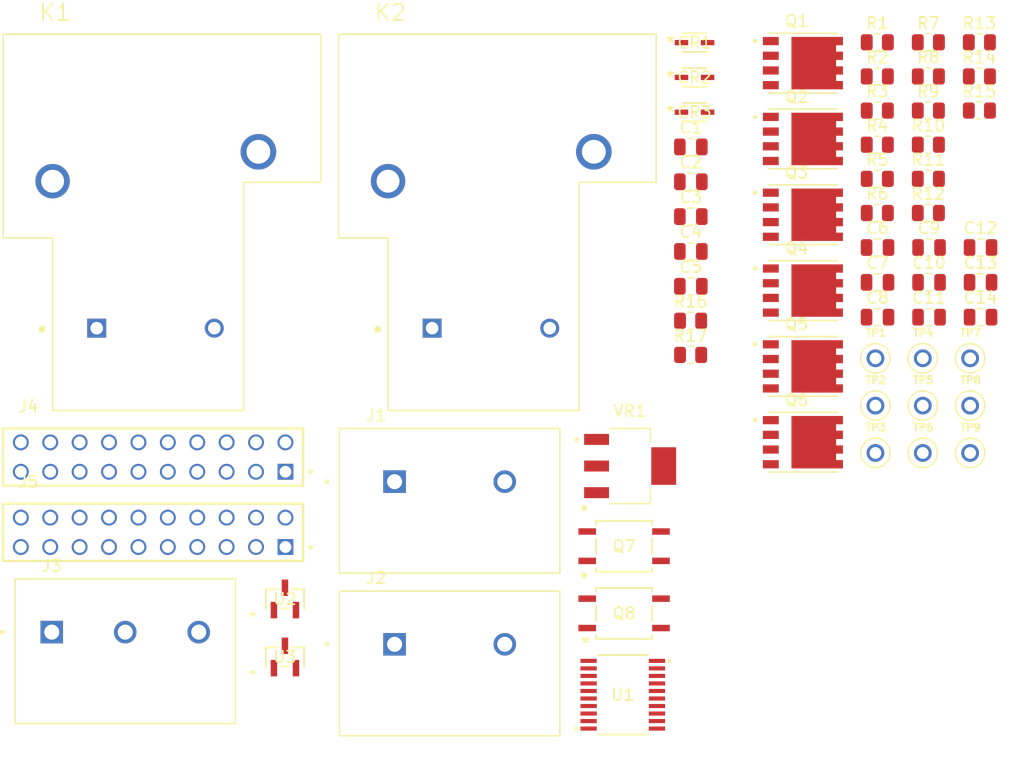
<source format=kicad_pcb>
(kicad_pcb (version 20240108) (generator "pcbnew") (generator_version "8.0")
  (layers (0 "F.Cu" signal) (31 "B.Cu" signal) (34 "B.Paste" user) (35 "F.Paste" user) (36 "B.SilkS" user "B.Silkscreen") (37 "F.SilkS" user "F.Silkscreen") (38 "B.Mask" user) (39 "F.Mask" user) (44 "Edge.Cuts" user))
  (net 0 "")
  (net 1 "+3.3V")
  (net 2 "GND")
  (net 3 "+12V")
  (net 4 "/GateDriver&Power Inputs/MOTA")
  (net 5 "/GateDriver&Power Inputs/CBSTA_HI")
  (net 6 "/GateDriver&Power Inputs/MOTB")
  (net 7 "/GateDriver&Power Inputs/CBSTB_HI")
  (net 8 "/GateDriver&Power Inputs/MOTC")
  (net 9 "/GateDriver&Power Inputs/CBSTC_HI")
  (net 10 "Net-(C6-Pad1)")
  (net 11 "+100VDC")
  (net 12 "Net-(C8-Pad2)")
  (net 13 "Net-(C10-Pad2)")
  (net 14 "Net-(C11-Pad1)")
  (net 15 "Net-(C13-Pad2)")
  (net 16 "Net-(C14-Pad1)")
  (net 17 "+12V - to relay")
  (net 36 "/GateDriver&Power Inputs/INHA")
  (net 37 "/GateDriver&Power Inputs/INHC")
  (net 38 "/GateDriver&Power Inputs/INLB")
  (net 39 "/GateDriver&Power Inputs/INLA")
  (net 41 "/GateDriver&Power Inputs/INLC")
  (net 42 "+100VDC to Relay")
  (net 47 "/GateDriver&Power Inputs/IC_EN")
  (net 52 "/GateDriver&Power Inputs/INHB")
  (net 55 "Net-(Q1-Pad4)")
  (net 56 "/Half_Bridges/SAHI")
  (net 57 "Net-(Q2-Pad4)")
  (net 58 "Net-(Q3-Pad4)")
  (net 59 "/Half_Bridges/SBHI")
  (net 60 "Net-(Q4-Pad4)")
  (net 61 "Net-(Q5-Pad4)")
  (net 62 "Net-(Q6-Pad4)")
  (net 63 "/Half_Bridges/SCHI")
  (net 64 "/GateDriver&Power Inputs/GHA")
  (net 65 "/GateDriver&Power Inputs/GLA")
  (net 66 "/GateDriver&Power Inputs/GHB")
  (net 67 "/GateDriver&Power Inputs/GLB")
  (net 68 "/GateDriver&Power Inputs/GHC")
  (net 69 "/GateDriver&Power Inputs/GLC")
  (net 70 "/GateDriver&Power Inputs/HV_EN")
  (net 71 "Net-(U2-DRAIN)")
  (net 72 "Net-(U3-DRAIN)")
  (net 73 "Net-(U2-GATE)")
  (net 74 "Net-(U3-GATE)")
  (footprint "Resistor_SMD:R_0805_2012Metric" (layer "F.Cu") (at 83.40665 55.717863)
    (property "Reference" "R17" (at 0 -1.65 0) (layer "F.SilkS"))
    (property "Value" "330")
    (pad "1" smd roundrect (at -0.9125 0) (size 1.025 1.4) (layers "F.Cu" "F.Paste" "F.Mask") (roundrect_rratio 0.243902) (net 2 "GND"))
    (pad "2" smd roundrect (at 0.9125 0) (size 1.025 1.4) (layers "F.Cu" "F.Paste" "F.Mask") (roundrect_rratio 0.243902) (net 74 "Net-(U3-GATE)"))
  )
  (footprint "HCPL_181_06BE:HCPL-181_BRA" (layer "F.Cu") (at 77.66155 78.043763)
    (property "Reference" "Q8" (at 0 0 0) (layer "F.SilkS"))
    (property "Value" "HCPL-181-06BE")
    (fp_text user "*" (at -3.4417 -2.9718 0) (layer "F.SilkS"))
    (fp_text user "*" (at -3.4417 -2.9718 0) (layer "F.SilkS"))
    (pad "1" smd rect (at -3.1877 -1.27) (size 1.524 0.5588) (layers "F.Cu" "F.Paste" "F.Mask") (net 70 "/GateDriver&Power Inputs/HV_EN"))
    (pad "2" smd rect (at -3.1877 1.27) (size 1.524 0.5588) (layers "F.Cu" "F.Paste" "F.Mask") (net 17 "+12V - to relay"))
    (pad "3" smd rect (at 3.1877 1.27) (size 1.524 0.5588) (layers "F.Cu" "F.Paste" "F.Mask") (net 74 "Net-(U3-GATE)"))
    (pad "4" smd rect (at 3.1877 -1.27) (size 1.524 0.5588) (layers "F.Cu" "F.Paste" "F.Mask") (net 2 "GND"))
  )
  (footprint "Capacitor_SMD:C_0805_2012Metric" (layer "F.Cu") (at 108.45665 49.447863)
    (property "Reference" "C13" (at 0 -1.68 0) (layer "F.SilkS"))
    (property "Value" "C")
    (pad "1" smd roundrect (at -0.95 0) (size 1 1.45) (layers "F.Cu" "F.Paste" "F.Mask") (net 8 "/GateDriver&Power Inputs/MOTC"))
    (pad "2" smd roundrect (at 0.95 0) (size 1 1.45) (layers "F.Cu" "F.Paste" "F.Mask") (net 15 "Net-(C13-Pad2)"))
  )
  (footprint "Resistor_SMD:R_0805_2012Metric" (layer "F.Cu") (at 99.53665 43.457863)
    (property "Reference" "R6" (at 0 -1.65 0) (layer "F.SilkS"))
    (property "Value" "R")
    (pad "1" smd roundrect (at -0.9125 0) (size 1.025 1.4) (layers "F.Cu" "F.Paste" "F.Mask") (roundrect_rratio 0.243902) (net 66 "/GateDriver&Power Inputs/GHB"))
    (pad "2" smd roundrect (at 0.9125 0) (size 1.025 1.4) (layers "F.Cu" "F.Paste" "F.Mask") (roundrect_rratio 0.243902) (net 58 "Net-(Q3-Pad4)"))
  )
  (footprint "Capacitor_SMD:C_0805_2012Metric" (layer "F.Cu") (at 108.45665 46.437863)
    (property "Reference" "C12" (at 0 -1.68 0) (layer "F.SilkS"))
    (property "Value" "C")
    (pad "1" smd roundrect (at -0.95 0) (size 1 1.45) (layers "F.Cu" "F.Paste" "F.Mask") (net 11 "+100VDC"))
    (pad "2" smd roundrect (at 0.95 0) (size 1 1.45) (layers "F.Cu" "F.Paste" "F.Mask") (net 2 "GND"))
  )
  (footprint "5002 (1):KEYSTONE_5002" (layer "F.Cu") (at 107.55665 56.007863)
    (property "Reference" "TP7" (at 0.032 -2.2064 0) (layer "F.SilkS") (effects (font (size 0.64 0.64))))
    (property "Value" "5002")
    (pad "TP" thru_hole circle (at 0 0) (size 1.53 1.53) (drill 1.02) (layers "*.Cu" "*.Mask") (net 68 "/GateDriver&Power Inputs/GHC"))
  )
  (footprint "BAV20WS-TP:CR_SOD-323_MCC" (layer "F.Cu") (at 83.74635 28.736163)
    (property "Reference" "CR1" (at 0 0 0) (layer "F.SilkS"))
    (property "Value" "~")
    (fp_text user "*" (at -2.0955 0 0) (layer "F.SilkS"))
    (fp_text user "*" (at -2.0955 0 0) (layer "F.SilkS"))
    (pad "1" smd rect (at -1.1303 0) (size 1.1684 0.4572) (layers "F.Cu" "F.Paste" "F.Mask") (net 5 "/GateDriver&Power Inputs/CBSTA_HI"))
    (pad "2" smd rect (at 1.1303 0) (size 1.1684 0.4572) (layers "F.Cu" "F.Paste" "F.Mask") (net 3 "+12V"))
  )
  (footprint "UA78M33CDCYR:VREG_UA78M33CDCYR" (layer "F.Cu") (at 78.18165 65.317863)
    (property "Reference" "VR1" (at -0.025 -4.754 0) (layer "F.SilkS"))
    (property "Value" "UA78M33CDCYR")
    (pad "1" smd rect (at -2.9 -2.3) (size 2.15 0.95) (layers "F.Cu" "F.Paste" "F.Mask") (net 3 "+12V"))
    (pad "2" smd rect (at -2.9 0) (size 2.15 0.95) (layers "F.Cu" "F.Paste" "F.Mask") (net 2 "GND"))
    (pad "3" smd rect (at -2.9 2.3) (size 2.15 0.95) (layers "F.Cu" "F.Paste" "F.Mask") (net 1 "+3.3V"))
    (pad "4" smd rect (at 2.9 0) (size 2.15 3.25) (layers "F.Cu" "F.Paste" "F.Mask") (net 2 "GND"))
  )
  (footprint "Resistor_SMD:R_0805_2012Metric" (layer "F.Cu") (at 99.53665 37.557863)
    (property "Reference" "R4" (at 0 -1.65 0) (layer "F.SilkS"))
    (property "Value" "R")
    (pad "1" smd roundrect (at -0.9125 0) (size 1.025 1.4) (layers "F.Cu" "F.Paste" "F.Mask") (roundrect_rratio 0.243902) (net 12 "Net-(C8-Pad2)"))
    (pad "2" smd roundrect (at 0.9125 0) (size 1.025 1.4) (layers "F.Cu" "F.Paste" "F.Mask") (roundrect_rratio 0.243902) (net 2 "GND"))
  )
  (footprint "Resistor_SMD:R_0805_2012Metric" (layer "F.Cu") (at 83.40665 52.767863)
    (property "Reference" "R16" (at 0 -1.65 0) (layer "F.SilkS"))
    (property "Value" "330")
    (pad "1" smd roundrect (at -0.9125 0) (size 1.025 1.4) (layers "F.Cu" "F.Paste" "F.Mask") (roundrect_rratio 0.243902) (net 2 "GND"))
    (pad "2" smd roundrect (at 0.9125 0) (size 1.025 1.4) (layers "F.Cu" "F.Paste" "F.Mask") (roundrect_rratio 0.243902) (net 73 "Net-(U2-GATE)"))
  )
  (footprint "HCPL_181_06BE:HCPL-181_BRA" (layer "F.Cu") (at 77.66155 72.243163)
    (property "Reference" "Q7" (at 0 0 0) (layer "F.SilkS"))
    (property "Value" "HCPL-181-06BE")
    (fp_text user "*" (at -3.4417 -2.9718 0) (layer "F.SilkS"))
    (fp_text user "*" (at -3.4417 -2.9718 0) (layer "F.SilkS"))
    (pad "1" smd rect (at -3.1877 -1.27) (size 1.524 0.5588) (layers "F.Cu" "F.Paste" "F.Mask") (net 47 "/GateDriver&Power Inputs/IC_EN"))
    (pad "2" smd rect (at -3.1877 1.27) (size 1.524 0.5588) (layers "F.Cu" "F.Paste" "F.Mask") (net 17 "+12V - to relay"))
    (pad "3" smd rect (at 3.1877 1.27) (size 1.524 0.5588) (layers "F.Cu" "F.Paste" "F.Mask") (net 73 "Net-(U2-GATE)"))
    (pad "4" smd rect (at 3.1877 -1.27) (size 1.524 0.5588) (layers "F.Cu" "F.Paste" "F.Mask") (net 2 "GND"))
  )
  (footprint "CSD19532Q5B (1):TRANS_CSD19532Q5B" (layer "F.Cu") (at 93.10665 63.257863)
    (property "Reference" "Q6" (at -0.531 -3.635 0) (layer "F.SilkS"))
    (property "Value" "CSD19532Q5B")
    (pad "1" smd rect (at -2.77 -1.905) (size 1.372 0.71) (layers "F.Cu" "F.Mask") (net 63 "/Half_Bridges/SCHI"))
    (pad "2" smd rect (at -2.77 -0.635) (size 1.372 0.71) (layers "F.Cu" "F.Mask"))
    (pad "3" smd rect (at -2.77 0.635) (size 1.372 0.71) (layers "F.Cu" "F.Mask"))
    (pad "4" smd rect (at -2.77 1.905) (size 1.372 0.71) (layers "F.Cu" "F.Mask") (net 62 "Net-(Q6-Pad4)"))
    (pad "5_8" smd custom (at 0 0) (size 1 1) (layers "F.Cu") (net 8 "/GateDriver&Power Inputs/MOTC") (options (clearance outline) (anchor rect)) (primitives (gr_poly (pts (xy -0.984 2.26) (xy -0.984 -2.26) (xy 3.456 -2.26) (xy 3.456 -1.55) (xy 2.866 -1.55) (xy 2.866 -0.99) (xy 3.456 -0.99) (xy 3.456 -0.28) (xy 2.866 -0.28) (xy 2.866 0.28) (xy 3.456 0.28) (xy 3.456 0.99) (xy 2.866 0.99) (xy 2.866 1.55) (xy 3.456 1.55) (xy 3.456 2.26)) (width 0.01) (fill yes))))
  )
  (footprint "CSD19532Q5B (1):TRANS_CSD19532Q5B" (layer "F.Cu") (at 93.10665 56.707863)
    (property "Reference" "Q5" (at -0.531 -3.635 0) (layer "F.SilkS"))
    (property "Value" "CSD19532Q5B")
    (pad "1" smd rect (at -2.77 -1.905) (size 1.372 0.71) (layers "F.Cu" "F.Mask") (net 8 "/GateDriver&Power Inputs/MOTC"))
    (pad "2" smd rect (at -2.77 -0.635) (size 1.372 0.71) (layers "F.Cu" "F.Mask"))
    (pad "3" smd rect (at -2.77 0.635) (size 1.372 0.71) (layers "F.Cu" "F.Mask"))
    (pad "4" smd rect (at -2.77 1.905) (size 1.372 0.71) (layers "F.Cu" "F.Mask") (net 61 "Net-(Q5-Pad4)"))
    (pad "5_8" smd custom (at 0 0) (size 1 1) (layers "F.Cu") (net 11 "+100VDC") (options (clearance outline) (anchor rect)) (primitives (gr_poly (pts (xy -0.984 2.26) (xy -0.984 -2.26) (xy 3.456 -2.26) (xy 3.456 -1.55) (xy 2.866 -1.55) (xy 2.866 -0.99) (xy 3.456 -0.99) (xy 3.456 -0.28) (xy 2.866 -0.28) (xy 2.866 0.28) (xy 3.456 0.28) (xy 3.456 0.99) (xy 2.866 0.99) (xy 2.866 1.55) (xy 3.456 1.55) (xy 3.456 2.26)) (width 0.01) (fill yes))))
  )
  (footprint "5002 (1):KEYSTONE_5002" (layer "F.Cu") (at 99.37665 60.097863)
    (property "Reference" "TP2" (at 0.032 -2.2064 0) (layer "F.SilkS") (effects (font (size 0.64 0.64))))
    (property "Value" "5002")
    (pad "TP" thru_hole circle (at 0 0) (size 1.53 1.53) (drill 1.02) (layers "*.Cu" "*.Mask") (net 64 "/GateDriver&Power Inputs/GHA"))
  )
  (footprint "Resistor_SMD:R_0805_2012Metric" (layer "F.Cu") (at 103.94665 34.607863)
    (property "Reference" "R9" (at 0 -1.65 0) (layer "F.SilkS"))
    (property "Value" "R")
    (pad "1" smd roundrect (at -0.9125 0) (size 1.025 1.4) (layers "F.Cu" "F.Paste" "F.Mask") (roundrect_rratio 0.243902) (net 13 "Net-(C10-Pad2)"))
    (pad "2" smd roundrect (at 0.9125 0) (size 1.025 1.4) (layers "F.Cu" "F.Paste" "F.Mask") (roundrect_rratio 0.243902) (net 2 "GND"))
  )
  (footprint "Resistor_SMD:R_0805_2012Metric" (layer "F.Cu") (at 99.53665 31.657863)
    (property "Reference" "R2" (at 0 -1.65 0) (layer "F.SilkS"))
    (property "Value" "R")
    (pad "1" smd roundrect (at -0.9125 0) (size 1.025 1.4) (layers "F.Cu" "F.Paste" "F.Mask") (roundrect_rratio 0.243902) (net 65 "/GateDriver&Power Inputs/GLA"))
    (pad "2" smd roundrect (at 0.9125 0) (size 1.025 1.4) (layers "F.Cu" "F.Paste" "F.Mask") (roundrect_rratio 0.243902) (net 57 "Net-(Q2-Pad4)"))
  )
  (footprint "1714971:PHOENIX_1714971" (layer "F.Cu") (at 53.07165 88.617863)
    (property "Reference" "J2" (at 3.175 -13.635 0) (layer "F.SilkS"))
    (property "Value" "1714971")
    (pad "1" thru_hole rect (at 4.76 -7.9) (size 1.95 1.95) (drill 1.3) (layers "*.Cu" "*.Mask") (net 2 "GND"))
    (pad "2" thru_hole circle (at 14.28 -7.9) (size 1.95 1.95) (drill 1.3) (layers "*.Cu" "*.Mask") (net 42 "+100VDC to Relay"))
  )
  (footprint "T9AS1D12_12:TE_1-1393210-3" (layer "F.Cu") (at 32.09665 53.407863)
    (property "Reference" "K1" (at -3.59994 -27.27244 0) (layer "F.SilkS") (effects (font (size 1.398173 1.398173))))
    (property "Value" "1-1393210-3")
    (pad "A1" thru_hole rect (at 0 0) (size 1.635 1.635) (drill 1.09) (layers "*.Cu" "*.Mask") (net 17 "+12V - to relay"))
    (pad "A2" thru_hole circle (at 10.16 0) (size 1.635 1.635) (drill 1.09) (layers "*.Cu" "*.Mask") (net 71 "Net-(U2-DRAIN)"))
    (pad "C" thru_hole circle (at -3.81 -12.7) (size 2.97 2.97) (drill 1.98) (layers "*.Cu" "*.Mask") (net 17 "+12V - to relay"))
    (pad "NO" thru_hole circle (at 13.97 -15.24) (size 3.076 3.076) (drill 2.06) (layers "*.Cu" "*.Mask") (net 3 "+12V"))
  )
  (footprint "Resistor_SMD:R_0805_2012Metric" (layer "F.Cu") (at 103.94665 37.557863)
    (property "Reference" "R10" (at 0 -1.65 0) (layer "F.SilkS"))
    (property "Value" "R")
    (pad "1" smd roundrect (at -0.9125 0) (size 1.025 1.4) (layers "F.Cu" "F.Paste" "F.Mask") (roundrect_rratio 0.243902) (net 11 "+100VDC"))
    (pad "2" smd roundrect (at 0.9125 0) (size 1.025 1.4) (layers "F.Cu" "F.Paste" "F.Mask") (roundrect_rratio 0.243902) (net 14 "Net-(C11-Pad1)"))
  )
  (footprint "5002 (1):KEYSTONE_5002" (layer "F.Cu") (at 99.37665 56.007863)
    (property "Reference" "TP1" (at 0.032 -2.2064 0) (layer "F.SilkS") (effects (font (size 0.64 0.64))))
    (property "Value" "5002")
    (pad "TP" thru_hole circle (at 0 0) (size 1.53 1.53) (drill 1.02) (layers "*.Cu" "*.Mask") (net 4 "/GateDriver&Power Inputs/MOTA"))
  )
  (footprint "Capacitor_SMD:C_0805_2012Metric" (layer "F.Cu") (at 99.55665 46.437863)
    (property "Reference" "C6" (at 0 -1.68 0) (layer "F.SilkS"))
    (property "Value" "C")
    (pad "1" smd roundrect (at -0.95 0) (size 1 1.45) (layers "F.Cu" "F.Paste" "F.Mask") (net 10 "Net-(C6-Pad1)"))
    (pad "2" smd roundrect (at 0.95 0) (size 1 1.45) (layers "F.Cu" "F.Paste" "F.Mask") (net 4 "/GateDriver&Power Inputs/MOTA"))
  )
  (footprint "Resistor_SMD:R_0805_2012Metric" (layer "F.Cu") (at 108.35665 31.657863)
    (property "Reference" "R14" (at 0 -1.65 0) (layer "F.SilkS"))
    (property "Value" "R")
    (pad "1" smd roundrect (at -0.9125 0) (size 1.025 1.4) (layers "F.Cu" "F.Paste" "F.Mask") (roundrect_rratio 0.243902) (net 15 "Net-(C13-Pad2)"))
    (pad "2" smd roundrect (at 0.9125 0) (size 1.025 1.4) (layers "F.Cu" "F.Paste" "F.Mask") (roundrect_rratio 0.243902) (net 2 "GND"))
  )
  (footprint "DRV8300DIPWR:TSSOP_0DIPWR_TEX" (layer "F.Cu") (at 77.54725 85.075063)
    (property "Reference" "U1" (at 0 0 0) (layer "F.SilkS"))
    (property "Value" "DRV8300DIPWR")
    (fp_text user "*" (at -3.20675 -4.423537 0) (layer "F.SilkS"))
    (fp_text user "*" (at -3.20675 -4.423537 0) (layer "F.SilkS"))
    (pad "1" smd rect (at -2.95275 -2.924937) (size 1.4097 0.3556) (layers "F.Cu" "F.Paste" "F.Mask") (net 36 "/GateDriver&Power Inputs/INHA"))
    (pad "2" smd rect (at -2.95275 -2.274951) (size 1.4097 0.3556) (layers "F.Cu" "F.Paste" "F.Mask") (net 52 "/GateDriver&Power Inputs/INHB"))
    (pad "3" smd rect (at -2.95275 -1.624965) (size 1.4097 0.3556) (layers "F.Cu" "F.Paste" "F.Mask") (net 37 "/GateDriver&Power Inputs/INHC"))
    (pad "4" smd rect (at -2.95275 -0.974979) (size 1.4097 0.3556) (layers "F.Cu" "F.Paste" "F.Mask") (net 39 "/GateDriver&Power Inputs/INLA"))
    (pad "5" smd rect (at -2.95275 -0.324993) (size 1.4097 0.3556) (layers "F.Cu" "F.Paste" "F.Mask") (net 38 "/GateDriver&Power Inputs/INLB"))
    (pad "6" smd rect (at -2.95275 0.324993) (size 1.4097 0.3556) (layers "F.Cu" "F.Paste" "F.Mask") (net 41 "/GateDriver&Power Inputs/INLC"))
    (pad "7" smd rect (at -2.95275 0.974979) (size 1.4097 0.3556) (layers "F.Cu" "F.Paste" "F.Mask") (net 3 "+12V"))
    (pad "8" smd rect (at -2.95275 1.624965) (size 1.4097 0.3556) (layers "F.Cu" "F.Paste" "F.Mask") (net 2 "GND"))
    (pad "9" smd rect (at -2.95275 2.274951) (size 1.4097 0.3556) (layers "F.Cu" "F.Paste" "F.Mask") (net 69 "/GateDriver&Power Inputs/GLC"))
    (pad "10" smd rect (at -2.95275 2.924937) (size 1.4097 0.3556) (layers "F.Cu" "F.Paste" "F.Mask") (net 67 "/GateDriver&Power Inputs/GLB"))
    (pad "11" smd rect (at 2.95275 2.924937) (size 1.4097 0.3556) (layers "F.Cu" "F.Paste" "F.Mask") (net 65 "/GateDriver&Power Inputs/GLA"))
    (pad "12" smd rect (at 2.95275 2.274951) (size 1.4097 0.3556) (layers "F.Cu" "F.Paste" "F.Mask") (net 8 "/GateDriver&Power Inputs/MOTC"))
    (pad "13" smd rect (at 2.95275 1.624965) (size 1.4097 0.3556) (layers "F.Cu" "F.Paste" "F.Mask") (net 68 "/GateDriver&Power Inputs/GHC"))
    (pad "14" smd rect (at 2.95275 0.974979) (size 1.4097 0.3556) (layers "F.Cu" "F.Paste" "F.Mask") (net 9 "/GateDriver&Power Inputs/CBSTC_HI"))
    (pad "15" smd rect (at 2.95275 0.324993) (size 1.4097 0.3556) (layers "F.Cu" "F.Paste" "F.Mask") (net 6 "/GateDriver&Power Inputs/MOTB"))
    (pad "16" smd rect (at 2.95275 -0.324993) (size 1.4097 0.3556) (layers "F.Cu" "F.Paste" "F.Mask") (net 66 "/GateDriver&Power Inputs/GHB"))
    (pad "17" smd rect (at 2.95275 -0.974979) (size 1.4097 0.3556) (layers "F.Cu" "F.Paste" "F.Mask") (net 7 "/GateDriver&Power Inputs/CBSTB_HI"))
    (pad "18" smd rect (at 2.95275 -1.624965) (size 1.4097 0.3556) (layers "F.Cu" "F.Paste" "F.Mask") (net 4 "/GateDriver&Power Inputs/MOTA"))
    (pad "19" smd rect (at 2.95275 -2.274951) (size 1.4097 0.3556) (layers "F.Cu" "F.Paste" "F.Mask") (net 64 "/GateDriver&Power Inputs/GHA"))
    (pad "20" smd rect (at 2.95275 -2.924937) (size 1.4097 0.3556) (layers "F.Cu" "F.Paste" "F.Mask") (net 5 "/GateDriver&Power Inputs/CBSTA_HI"))
  )
  (footprint "Capacitor_SMD:C_0805_2012Metric" (layer "F.Cu") (at 104.00665 49.447863)
    (property "Reference" "C10" (at 0 -1.68 0) (layer "F.SilkS"))
    (property "Value" "C")
    (pad "1" smd roundrect (at -0.95 0) (size 1 1.45) (layers "F.Cu" "F.Paste" "F.Mask") (net 6 "/GateDriver&Power Inputs/MOTB"))
    (pad "2" smd roundrect (at 0.95 0) (size 1 1.45) (layers "F.Cu" "F.Paste" "F.Mask") (net 13 "Net-(C10-Pad2)"))
  )
  (footprint "Capacitor_SMD:C_0805_2012Metric" (layer "F.Cu") (at 104.00665 52.457863)
    (property "Reference" "C11" (at 0 -1.68 0) (layer "F.SilkS"))
    (property "Value" "C")
    (pad "1" smd roundrect (at -0.95 0) (size 1 1.45) (layers "F.Cu" "F.Paste" "F.Mask") (net 14 "Net-(C11-Pad1)"))
    (pad "2" smd roundrect (at 0.95 0) (size 1 1.45) (layers "F.Cu" "F.Paste" "F.Mask") (net 6 "/GateDriver&Power Inputs/MOTB"))
  )
  (footprint "SSQ_110_03_G_D (1):SAMTEC_SSQ-110-03-G-D" (layer "F.Cu") (at 36.97165 71.042863)
    (property "Reference" "J5" (at -10.78 -4.36 0) (layer "F.SilkS"))
    (property "Value" "SSQ-110-03-G-D")
    (pad "01" thru_hole rect (at 11.43 1.27) (size 1.37 1.37) (drill 1.02) (layers "*.Cu" "*.Mask") (net 36 "/GateDriver&Power Inputs/INHA"))
    (pad "02" thru_hole circle (at 11.43 -1.27) (size 1.37 1.37) (drill 1.02) (layers "*.Cu" "*.Mask") (net 2 "GND"))
    (pad "03" thru_hole circle (at 8.89 1.27) (size 1.37 1.37) (drill 1.02) (layers "*.Cu" "*.Mask") (net 39 "/GateDriver&Power Inputs/INLA"))
    (pad "04" thru_hole circle (at 8.89 -1.27) (size 1.37 1.37) (drill 1.02) (layers "*.Cu" "*.Mask") (net 47 "/GateDriver&Power Inputs/IC_EN"))
    (pad "05" thru_hole circle (at 6.35 1.27) (size 1.37 1.37) (drill 1.02) (layers "*.Cu" "*.Mask") (net 52 "/GateDriver&Power Inputs/INHB"))
    (pad "06" thru_hole circle (at 6.35 -1.27) (size 1.37 1.37) (drill 1.02) (layers "*.Cu" "*.Mask"))
    (pad "07" thru_hole circle (at 3.81 1.27) (size 1.37 1.37) (drill 1.02) (layers "*.Cu" "*.Mask") (net 38 "/GateDriver&Power Inputs/INLB"))
    (pad "08" thru_hole circle (at 3.81 -1.27) (size 1.37 1.37) (drill 1.02) (layers "*.Cu" "*.Mask"))
    (pad "09" thru_hole circle (at 1.27 1.27) (size 1.37 1.37) (drill 1.02) (layers "*.Cu" "*.Mask") (net 37 "/GateDriver&Power Inputs/INHC"))
    (pad "10" thru_hole circle (at 1.27 -1.27) (size 1.37 1.37) (drill 1.02) (layers "*.Cu" "*.Mask"))
    (pad "11" thru_hole circle (at -1.27 1.27) (size 1.37 1.37) (drill 1.02) (layers "*.Cu" "*.Mask") (net 41 "/GateDriver&Power Inputs/INLC"))
    (pad "12" thru_hole circle (at -1.27 -1.27) (size 1.37 1.37) (drill 1.02) (layers "*.Cu" "*.Mask") (net 70 "/GateDriver&Power Inputs/HV_EN"))
    (pad "13" thru_hole circle (at -3.81 1.27) (size 1.37 1.37) (drill 1.02) (layers "*.Cu" "*.Mask"))
    (pad "14" thru_hole circle (at -3.81 -1.27) (size 1.37 1.37) (drill 1.02) (layers "*.Cu" "*.Mask"))
    (pad "15" thru_hole circle (at -6.35 1.27) (size 1.37 1.37) (drill 1.02) (layers "*.Cu" "*.Mask"))
    (pad "16" thru_hole circle (at -6.35 -1.27) (size 1.37 1.37) (drill 1.02) (layers "*.Cu" "*.Mask"))
    (pad "17" thru_hole circle (at -8.89 1.27) (size 1.37 1.37) (drill 1.02) (layers "*.Cu" "*.Mask"))
    (pad "18" thru_hole circle (at -8.89 -1.27) (size 1.37 1.37) (drill 1.02) (layers "*.Cu" "*.Mask"))
    (pad "19" thru_hole circle (at -11.43 1.27) (size 1.37 1.37) (drill 1.02) (layers "*.Cu" "*.Mask"))
    (pad "20" thru_hole circle (at -11.43 -1.27) (size 1.37 1.37) (drill 1.02) (layers "*.Cu" "*.Mask"))
  )
  (footprint "Capacitor_SMD:C_0805_2012Metric" (layer "F.Cu") (at 108.45665 52.457863)
    (property "Reference" "C14" (at 0 -1.68 0) (layer "F.SilkS"))
    (property "Value" "C")
    (pad "1" smd roundrect (at -0.95 0) (size 1 1.45) (layers "F.Cu" "F.Paste" "F.Mask") (net 16 "Net-(C14-Pad1)"))
    (pad "2" smd roundrect (at 0.95 0) (size 1 1.45) (layers "F.Cu" "F.Paste" "F.Mask") (net 8 "/GateDriver&Power Inputs/MOTC"))
  )
  (footprint "BAV20WS-TP:CR_SOD-323_MCC" (layer "F.Cu") (at 83.74635 31.742763)
    (property "Reference" "CR2" (at 0 0 0) (layer "F.SilkS"))
    (property "Value" "~")
    (fp_text user "*" (at -2.0955 0 0) (layer "F.SilkS"))
    (fp_text user "*" (at -2.0955 0 0) (layer "F.SilkS"))
    (pad "1" smd rect (at -1.1303 0) (size 1.1684 0.4572) (layers "F.Cu" "F.Paste" "F.Mask") (net 7 "/GateDriver&Power Inputs/CBSTB_HI"))
    (pad "2" smd rect (at 1.1303 0) (size 1.1684 0.4572) (layers "F.Cu" "F.Paste" "F.Mask") (net 3 "+12V"))
  )
  (footprint "Resistor_SMD:R_0805_2012Metric" (layer "F.Cu") (at 108.35665 34.607863)
    (property "Reference" "R15" (at 0 -1.65 0) (layer "F.SilkS"))
    (property "Value" "R")
    (pad "1" smd roundrect (at -0.9125 0) (size 1.025 1.4) (layers "F.Cu" "F.Paste" "F.Mask") (roundrect_rratio 0.243902) (net 11 "+100VDC"))
    (pad "2" smd roundrect (at 0.9125 0) (size 1.025 1.4) (layers "F.Cu" "F.Paste" "F.Mask") (roundrect_rratio 0.243902) (net 16 "Net-(C14-Pad1)"))
  )
  (footprint "1714968:PHOENIX_1714968" (layer "F.Cu") (at 25.04165 87.567863)
    (property "Reference" "J3" (at 3.175 -13.635 0) (layer "F.SilkS"))
    (property "Value" "1714968")
    (pad "1" thru_hole rect (at 3.17 -7.9) (size 1.95 1.95) (drill 1.3) (layers "*.Cu" "*.Mask") (net 4 "/GateDriver&Power Inputs/MOTA"))
    (pad "2" thru_hole circle (at 9.52 -7.9) (size 1.95 1.95) (drill 1.3) (layers "*.Cu" "*.Mask") (net 6 "/GateDriver&Power Inputs/MOTB"))
    (pad "3" thru_hole circle (at 15.87 -7.9) (size 1.95 1.95) (drill 1.3) (layers "*.Cu" "*.Mask") (net 8 "/GateDriver&Power Inputs/MOTC"))
  )
  (footprint "5002 (1):KEYSTONE_5002" (layer "F.Cu") (at 103.46665 60.097863)
    (property "Reference" "TP5" (at 0.032 -2.2064 0) (layer "F.SilkS") (effects (font (size 0.64 0.64))))
    (property "Value" "5002")
    (pad "TP" thru_hole circle (at 0 0) (size 1.53 1.53) (drill 1.02) (layers "*.Cu" "*.Mask") (net 67 "/GateDriver&Power Inputs/GLB"))
  )
  (footprint "Resistor_SMD:R_0805_2012Metric" (layer "F.Cu") (at 103.94665 31.657863)
    (property "Reference" "R8" (at 0 -1.65 0) (layer "F.SilkS"))
    (property "Value" "R")
    (pad "1" smd roundrect (at -0.9125 0) (size 1.025 1.4) (layers "F.Cu" "F.Paste" "F.Mask") (roundrect_rratio 0.243902) (net 59 "/Half_Bridges/SBHI"))
    (pad "2" smd roundrect (at 0.9125 0) (size 1.025 1.4) (layers "F.Cu" "F.Paste" "F.Mask") (roundrect_rratio 0.243902) (net 2 "GND"))
  )
  (footprint "Resistor_SMD:R_0805_2012Metric" (layer "F.Cu") (at 103.94665 40.507863)
    (property "Reference" "R11" (at 0 -1.65 0) (layer "F.SilkS"))
    (property "Value" "R")
    (pad "1" smd roundrect (at -0.9125 0) (size 1.025 1.4) (layers "F.Cu" "F.Paste" "F.Mask") (roundrect_rratio 0.243902) (net 68 "/GateDriver&Power Inputs/GHC"))
    (pad "2" smd roundrect (at 0.9125 0) (size 1.025 1.4) (layers "F.Cu" "F.Paste" "F.Mask") (roundrect_rratio 0.243902) (net 61 "Net-(Q5-Pad4)"))
  )
  (footprint "CSD19532Q5B (1):TRANS_CSD19532Q5B" (layer "F.Cu") (at 93.10665 43.607863)
    (property "Reference" "Q3" (at -0.531 -3.635 0) (layer "F.SilkS"))
    (property "Value" "CSD19532Q5B")
    (pad "1" smd rect (at -2.77 -1.905) (size 1.372 0.71) (layers "F.Cu" "F.Mask") (net 6 "/GateDriver&Power Inputs/MOTB"))
    (pad "2" smd rect (at -2.77 -0.635) (size 1.372 0.71) (layers "F.Cu" "F.Mask"))
    (pad "3" smd rect (at -2.77 0.635) (size 1.372 0.71) (layers "F.Cu" "F.Mask"))
    (pad "4" smd rect (at -2.77 1.905) (size 1.372 0.71) (layers "F.Cu" "F.Mask") (net 58 "Net-(Q3-Pad4)"))
    (pad "5_8" smd custom (at 0 0) (size 1 1) (layers "F.Cu") (net 11 "+100VDC") (options (clearance outline) (anchor rect)) (primitives (gr_poly (pts (xy -0.984 2.26) (xy -0.984 -2.26) (xy 3.456 -2.26) (xy 3.456 -1.55) (xy 2.866 -1.55) (xy 2.866 -0.99) (xy 3.456 -0.99) (xy 3.456 -0.28) (xy 2.866 -0.28) (xy 2.866 0.28) (xy 3.456 0.28) (xy 3.456 0.99) (xy 2.866 0.99) (xy 2.866 1.55) (xy 3.456 1.55) (xy 3.456 2.26)) (width 0.01) (fill yes))))
  )
  (footprint "NTR4170NT1G:SOT-23_ONS" (layer "F.Cu") (at 48.35885 76.799463)
    (property "Reference" "U2" (at 0 0 0) (layer "F.SilkS"))
    (property "Value" "NTR4170NT1G")
    (pad "1" smd rect (at -0.9525 0.9652) (size 0.5588 1.4224) (layers "F.Cu" "F.Paste" "F.Mask") (net 73 "Net-(U2-GATE)"))
    (pad "2" smd rect (at 0.9525 0.9652) (size 0.5588 1.4224) (layers "F.Cu" "F.Paste" "F.Mask") (net 2 "GND"))
    (pad "3" smd rect (at 0 -0.9652) (size 0.5588 1.4224) (layers "F.Cu" "F.Paste" "F.Mask") (net 71 "Net-(U2-DRAIN)"))
  )
  (footprint "Capacitor_SMD:C_0805_2012Metric" (layer "F.Cu") (at 83.42665 40.757863)
    (property "Reference" "C2" (at 0 -1.68 0) (layer "F.SilkS"))
    (property "Value" "0.33uF")
    (pad "1" smd roundrect (at -0.95 0) (size 1 1.45) (layers "F.Cu" "F.Paste" "F.Mask") (net 3 "+12V"))
    (pad "2" smd roundrect (at 0.95 0) (size 1 1.45) (layers "F.Cu" "F.Paste" "F.Mask") (net 2 "GND"))
  )
  (footprint "NTR4170NT1G:SOT-23_ONS" (layer "F.Cu") (at 48.35885 81.812663)
    (property "Reference" "U3" (at 0 0 0) (layer "F.SilkS"))
    (property "Value" "NTR4170NT1G")
    (pad "1" smd rect (at -0.9525 0.9652) (size 0.5588 1.4224) (layers "F.Cu" "F.Paste" "F.Mask") (net 74 "Net-(U3-GATE)"))
    (pad "2" smd rect (at 0.9525 0.9652) (size 0.5588 1.4224) (layers "F.Cu" "F.Paste" "F.Mask") (net 2 "GND"))
    (pad "3" smd rect (at 0 -0.9652) (size 0.5588 1.4224) (layers "F.Cu" "F.Paste" "F.Mask") (net 72 "Net-(U3-DRAIN)"))
  )
  (footprint "Capacitor_SMD:C_0805_2012Metric" (layer "F.Cu") (at 83.42665 49.787863)
    (property "Reference" "C5" (at 0 -1.68 0) (layer "F.SilkS"))
    (property "Value" "1uF")
    (pad "1" smd roundrect (at -0.95 0) (size 1 1.45) (layers "F.Cu" "F.Paste" "F.Mask") (net 9 "/GateDriver&Power Inputs/CBSTC_HI"))
    (pad "2" smd roundrect (at 0.95 0) (size 1 1.45) (layers "F.Cu" "F.Paste" "F.Mask") (net 8 "/GateDriver&Power Inputs/MOTC"))
  )
  (footprint "5002 (1):KEYSTONE_5002" (layer "F.Cu") (at 107.55665 60.097863)
    (property "Reference" "TP8" (at 0.032 -2.2064 0) (layer "F.SilkS") (effects (font (size 0.64 0.64))))
    (property "Value" "5002")
    (pad "TP" thru_hole circle (at 0 0) (size 1.53 1.53) (drill 1.02) (layers "*.Cu" "*.Mask") (net 69 "/GateDriver&Power Inputs/GLC"))
  )
  (footprint "CSD19532Q5B (1):TRANS_CSD19532Q5B" (layer "F.Cu") (at 93.10665 50.157863)
    (property "Reference" "Q4" (at -0.531 -3.635 0) (layer "F.SilkS"))
    (property "Value" "CSD19532Q5B")
    (pad "1" smd rect (at -2.77 -1.905) (size 1.372 0.71) (layers "F.Cu" "F.Mask") (net 59 "/Half_Bridges/SBHI"))
    (pad "2" smd rect (at -2.77 -0.635) (size 1.372 0.71) (layers "F.Cu" "F.Mask"))
    (pad "3" smd rect (at -2.77 0.635) (size 1.372 0.71) (layers "F.Cu" "F.Mask"))
    (pad "4" smd rect (at -2.77 1.905) (size 1.372 0.71) (layers "F.Cu" "F.Mask") (net 60 "Net-(Q4-Pad4)"))
    (pad "5_8" smd custom (at 0 0) (size 1 1) (layers "F.Cu") (net 6 "/GateDriver&Power Inputs/MOTB") (options (clearance outline) (anchor rect)) (primitives (gr_poly (pts (xy -0.984 2.26) (xy -0.984 -2.26) (xy 3.456 -2.26) (xy 3.456 -1.55) (xy 2.866 -1.55) (xy 2.866 -0.99) (xy 3.456 -0.99) (xy 3.456 -0.28) (xy 2.866 -0.28) (xy 2.866 0.28) (xy 3.456 0.28) (xy 3.456 0.99) (xy 2.866 0.99) (xy 2.866 1.55) (xy 3.456 1.55) (xy 3.456 2.26)) (width 0.01) (fill yes))))
  )
  (footprint "Resistor_SMD:R_0805_2012Metric" (layer "F.Cu") (at 108.35665 28.707863)
    (property "Reference" "R13" (at 0 -1.65 0) (layer "F.SilkS"))
    (property "Value" "R")
    (pad "1" smd roundrect (at -0.9125 0) (size 1.025 1.4) (layers "F.Cu" "F.Paste" "F.Mask") (roundrect_rratio 0.243902) (net 63 "/Half_Bridges/SCHI"))
    (pad "2" smd roundrect (at 0.9125 0) (size 1.025 1.4) (layers "F.Cu" "F.Paste" "F.Mask") (roundrect_rratio 0.243902) (net 2 "GND"))
  )
  (footprint "Capacitor_SMD:C_0805_2012Metric" (layer "F.Cu") (at 99.55665 52.457863)
    (property "Reference" "C8" (at 0 -1.68 0) (layer "F.SilkS"))
    (property "Value" "C")
    (pad "1" smd roundrect (at -0.95 0) (size 1 1.45) (layers "F.Cu" "F.Paste" "F.Mask") (net 4 "/GateDriver&Power Inputs/MOTA"))
    (pad "2" smd roundrect (at 0.95 0) (size 1 1.45) (layers "F.Cu" "F.Paste" "F.Mask") (net 12 "Net-(C8-Pad2)"))
  )
  (footprint "5002 (1):KEYSTONE_5002" (layer "F.Cu") (at 103.46665 64.187863)
    (property "Reference" "TP6" (at 0.032 -2.2064 0) (layer "F.SilkS") (effects (font (size 0.64 0.64))))
    (property "Value" "5002")
    (pad "TP" thru_hole circle (at 0 0) (size 1.53 1.53) (drill 1.02) (layers "*.Cu" "*.Mask") (net 6 "/GateDriver&Power Inputs/MOTB"))
  )
  (footprint "Resistor_SMD:R_0805_2012Metric" (layer "F.Cu") (at 99.53665 40.507863)
    (property "Reference" "R5" (at 0 -1.65 0) (layer "F.SilkS"))
    (property "Value" "R")
    (pad "1" smd roundrect (at -0.9125 0) (size 1.025 1.4) (layers "F.Cu" "F.Paste" "F.Mask") (roundrect_rratio 0.243902) (net 56 "/Half_Bridges/SAHI"))
    (pad "2" smd roundrect (at 0.9125 0) (size 1.025 1.4) (layers "F.Cu" "F.Paste" "F.Mask") (roundrect_rratio 0.243902) (net 2 "GND"))
  )
  (footprint "Resistor_SMD:R_0805_2012Metric" (layer "F.Cu") (at 103.94665 43.457863)
    (property "Reference" "R12" (at 0 -1.65 0) (layer "F.SilkS"))
    (property "Value" "R")
    (pad "1" smd roundrect (at -0.9125 0) (size 1.025 1.4) (layers "F.Cu" "F.Paste" "F.Mask") (roundrect_rratio 0.243902) (net 69 "/GateDriver&Power Inputs/GLC"))
    (pad "2" smd roundrect (at 0.9125 0) (size 1.025 1.4) (layers "F.Cu" "F.Paste" "F.Mask") (roundrect_rratio 0.243902) (net 62 "Net-(Q6-Pad4)"))
  )
  (footprint "Capacitor_SMD:C_0805_2012Metric" (layer "F.Cu") (at 99.55665 49.447863)
    (property "Reference" "C7" (at 0 -1.68 0) (layer "F.SilkS"))
    (property "Value" "C")
    (pad "1" smd roundrect (at -0.95 0) (size 1 1.45) (layers "F.Cu" "F.Paste" "F.Mask") (net 11 "+100VDC"))
    (pad "2" smd roundrect (at 0.95 0) (size 1 1.45) (layers "F.Cu" "F.Paste" "F.Mask") (net 2 "GND"))
  )
  (footprint "1714971:PHOENIX_1714971" (layer "F.Cu") (at 53.07165 74.567863)
    (property "Reference" "J1" (at 3.175 -13.635 0) (layer "F.SilkS"))
    (property "Value" "1714971")
    (pad "1" thru_hole rect (at 4.76 -7.9) (size 1.95 1.95) (drill 1.3) (layers "*.Cu" "*.Mask") (net 2 "GND"))
    (pad "2" thru_hole circle (at 14.28 -7.9) (size 1.95 1.95) (drill 1.3) (layers "*.Cu" "*.Mask") (net 17 "+12V - to relay"))
  )
  (footprint "Resistor_SMD:R_0805_2012Metric" (layer "F.Cu") (at 103.94665 28.707863)
    (property "Reference" "R7" (at 0 -1.65 0) (layer "F.SilkS"))
    (property "Value" "R")
    (pad "1" smd roundrect (at -0.9125 0) (size 1.025 1.4) (layers "F.Cu" "F.Paste" "F.Mask") (roundrect_rratio 0.243902) (net 67 "/GateDriver&Power Inputs/GLB"))
    (pad "2" smd roundrect (at 0.9125 0) (size 1.025 1.4) (layers "F.Cu" "F.Paste" "F.Mask") (roundrect_rratio 0.243902) (net 60 "Net-(Q4-Pad4)"))
  )
  (footprint "Capacitor_SMD:C_0805_2012Metric" (layer "F.Cu") (at 104.00665 46.437863)
    (property "Reference" "C9" (at 0 -1.68 0) (layer "F.SilkS"))
    (property "Value" "C")
    (pad "1" smd roundrect (at -0.95 0) (size 1 1.45) (layers "F.Cu" "F.Paste" "F.Mask") (net 11 "+100VDC"))
    (pad "2" smd roundrect (at 0.95 0) (size 1 1.45) (layers "F.Cu" "F.Paste" "F.Mask") (net 2 "GND"))
  )
  (footprint "5002 (1):KEYSTONE_5002" (layer "F.Cu") (at 103.46665 56.007863)
    (property "Reference" "TP4" (at 0.032 -2.2064 0) (layer "F.SilkS") (effects (font (size 0.64 0.64))))
    (property "Value" "5002")
    (pad "TP" thru_hole circle (at 0 0) (size 1.53 1.53) (drill 1.02) (layers "*.Cu" "*.Mask") (net 65 "/GateDriver&Power Inputs/GLA"))
  )
  (footprint "SSQ_110_03_G_D (1):SAMTEC_SSQ-110-03-G-D" (layer "F.Cu") (at 36.97165 64.542863)
    (property "Reference" "J4" (at -10.78 -4.36 0) (layer "F.SilkS"))
    (property "Value" "SSQ-110-03-G-D")
    (pad "01" thru_hole rect (at 11.43 1.27) (size 1.37 1.37) (drill 1.02) (layers "*.Cu" "*.Mask") (net 1 "+3.3V"))
    (pad "02" thru_hole circle (at 11.43 -1.27) (size 1.37 1.37) (drill 1.02) (layers "*.Cu" "*.Mask"))
    (pad "03" thru_hole circle (at 8.89 1.27) (size 1.37 1.37) (drill 1.02) (layers "*.Cu" "*.Mask"))
    (pad "04" thru_hole circle (at 8.89 -1.27) (size 1.37 1.37) (drill 1.02) (layers "*.Cu" "*.Mask") (net 2 "GND"))
    (pad "05" thru_hole circle (at 6.35 1.27) (size 1.37 1.37) (drill 1.02) (layers "*.Cu" "*.Mask"))
    (pad "06" thru_hole circle (at 6.35 -1.27) (size 1.37 1.37) (drill 1.02) (layers "*.Cu" "*.Mask"))
    (pad "07" thru_hole circle (at 3.81 1.27) (size 1.37 1.37) (drill 1.02) (layers "*.Cu" "*.Mask"))
    (pad "08" thru_hole circle (at 3.81 -1.27) (size 1.37 1.37) (drill 1.02) (layers "*.Cu" "*.Mask"))
    (pad "09" thru_hole circle (at 1.27 1.27) (size 1.37 1.37) (drill 1.02) (layers "*.Cu" "*.Mask"))
    (pad "10" thru_hole circle (at 1.27 -1.27) (size 1.37 1.37) (drill 1.02) (layers "*.Cu" "*.Mask"))
    (pad "11" thru_hole circle (at -1.27 1.27) (size 1.37 1.37) (drill 1.02) (layers "*.Cu" "*.Mask"))
    (pad "12" thru_hole circle (at -1.27 -1.27) (size 1.37 1.37) (drill 1.02) (layers "*.Cu" "*.Mask"))
    (pad "13" thru_hole circle (at -3.81 1.27) (size 1.37 1.37) (drill 1.02) (layers "*.Cu" "*.Mask"))
    (pad "14" thru_hole circle (at -3.81 -1.27) (size 1.37 1.37) (drill 1.02) (layers "*.Cu" "*.Mask"))
    (pad "15" thru_hole circle (at -6.35 1.27) (size 1.37 1.37) (drill 1.02) (layers "*.Cu" "*.Mask"))
    (pad "16" thru_hole circle (at -6.35 -1.27) (size 1.37 1.37) (drill 1.02) (layers "*.Cu" "*.Mask"))
    (pad "17" thru_hole circle (at -8.89 1.27) (size 1.37 1.37) (drill 1.02) (layers "*.Cu" "*.Mask"))
    (pad "18" thru_hole circle (at -8.89 -1.27) (size 1.37 1.37) (drill 1.02) (layers "*.Cu" "*.Mask"))
    (pad "19" thru_hole circle (at -11.43 1.27) (size 1.37 1.37) (drill 1.02) (layers "*.Cu" "*.Mask"))
    (pad "20" thru_hole circle (at -11.43 -1.27) (size 1.37 1.37) (drill 1.02) (layers "*.Cu" "*.Mask"))
  )
  (footprint "BAV20WS-TP:CR_SOD-323_MCC" (layer "F.Cu") (at 83.74635 34.749363)
    (property "Reference" "CR3" (at 0 0 0) (layer "F.SilkS"))
    (property "Value" "~")
    (fp_text user "*" (at -2.0955 0 0) (layer "F.SilkS"))
    (fp_text user "*" (at -2.0955 0 0) (layer "F.SilkS"))
    (pad "1" smd rect (at -1.1303 0) (size 1.1684 0.4572) (layers "F.Cu" "F.Paste" "F.Mask") (net 9 "/GateDriver&Power Inputs/CBSTC_HI"))
    (pad "2" smd rect (at 1.1303 0) (size 1.1684 0.4572) (layers "F.Cu" "F.Paste" "F.Mask") (net 3 "+12V"))
  )
  (footprint "CSD19532Q5B (1):TRANS_CSD19532Q5B" (layer "F.Cu") (at 93.10665 30.507863)
    (property "Reference" "Q1" (at -0.531 -3.635 0) (layer "F.SilkS"))
    (property "Value" "CSD19532Q5B")
    (pad "1" smd rect (at -2.77 -1.905) (size 1.372 0.71) (layers "F.Cu" "F.Mask") (net 4 "/GateDriver&Power Inputs/MOTA"))
    (pad "2" smd rect (at -2.77 -0.635) (size 1.372 0.71) (layers "F.Cu" "F.Mask"))
    (pad "3" smd rect (at -2.77 0.635) (size 1.372 0.71) (layers "F.Cu" "F.Mask"))
    (pad "4" smd rect (at -2.77 1.905) (size 1.372 0.71) (layers "F.Cu" "F.Mask") (net 55 "Net-(Q1-Pad4)"))
    (pad "5_8" smd custom (at 0 0) (size 1 1) (layers "F.Cu") (net 11 "+100VDC") (options (clearance outline) (anchor rect)) (primitives (gr_poly (pts (xy -0.984 2.26) (xy -0.984 -2.26) (xy 3.456 -2.26) (xy 3.456 -1.55) (xy 2.866 -1.55) (xy 2.866 -0.99) (xy 3.456 -0.99) (xy 3.456 -0.28) (xy 2.866 -0.28) (xy 2.866 0.28) (xy 3.456 0.28) (xy 3.456 0.99) (xy 2.866 0.99) (xy 2.866 1.55) (xy 3.456 1.55) (xy 3.456 2.26)) (width 0.01) (fill yes))))
  )
  (footprint "Resistor_SMD:R_0805_2012Metric" (layer "F.Cu") (at 99.53665 28.707863)
    (property "Reference" "R1" (at 0 -1.65 0) (layer "F.SilkS"))
    (property "Value" "R")
    (pad "1" smd roundrect (at -0.9125 0) (size 1.025 1.4) (layers "F.Cu" "F.Paste" "F.Mask") (roundrect_rratio 0.243902) (net 64 "/GateDriver&Power Inputs/GHA"))
    (pad "2" smd roundrect (at 0.9125 0) (size 1.025 1.4) (layers "F.Cu" "F.Paste" "F.Mask") (roundrect_rratio 0.243902) (net 55 "Net-(Q1-Pad4)"))
  )
  (footprint "5002 (1):KEYSTONE_5002" (layer "F.Cu") (at 107.55665 64.187863)
    (property "Reference" "TP9" (at 0.032 -2.2064 0) (layer "F.SilkS") (effects (font (size 0.64 0.64))))
    (property "Value" "5002")
    (pad "TP" thru_hole circle (at 0 0) (size 1.53 1.53) (drill 1.02) (layers "*.Cu" "*.Mask") (net 8 "/GateDriver&Power Inputs/MOTC"))
  )
  (footprint "Capacitor_SMD:C_0805_2012Metric" (layer "F.Cu") (at 83.42665 37.747863)
    (property "Reference" "C1" (at 0 -1.68 0) (layer "F.SilkS"))
    (property "Value" "0.1uF")
    (pad "1" smd roundrect (at -0.95 0) (size 1 1.45) (layers "F.Cu" "F.Paste" "F.Mask") (net 1 "+3.3V"))
    (pad "2" smd roundrect (at 0.95 0) (size 1 1.45) (layers "F.Cu" "F.Paste" "F.Mask") (net 2 "GND"))
  )
  (footprint "T9AS1D12_12:TE_1-1393210-3" (layer "F.Cu") (at 61.07665 53.407863)
    (property "Reference" "K2" (at -3.59994 -27.27244 0) (layer "F.SilkS") (effects (font (size 1.398173 1.398173))))
    (property "Value" "1-1393210-3")
    (pad "A1" thru_hole rect (at 0 0) (size 1.635 1.635) (drill 1.09) (layers "*.Cu" "*.Mask") (net 17 "+12V - to relay"))
    (pad "A2" thru_hole circle (at 10.16 0) (size 1.635 1.635) (drill 1.09) (layers "*.Cu" "*.Mask") (net 72 "Net-(U3-DRAIN)"))
    (pad "C" thru_hole circle (at -3.81 -12.7) (size 2.97 2.97) (drill 1.98) (layers "*.Cu" "*.Mask") (net 42 "+100VDC to Relay"))
    (pad "NO" thru_hole circle (at 13.97 -15.24) (size 3.076 3.076) (drill 2.06) (layers "*.Cu" "*.Mask") (net 11 "+100VDC"))
  )
  (footprint "5002 (1):KEYSTONE_5002" (layer "F.Cu") (at 99.37665 64.187863)
    (property "Reference" "TP3" (at 0.032 -2.2064 0) (layer "F.SilkS") (effects (font (size 0.64 0.64))))
    (property "Value" "5002")
    (pad "TP" thru_hole circle (at 0 0) (size 1.53 1.53) (drill 1.02) (layers "*.Cu" "*.Mask") (net 66 "/GateDriver&Power Inputs/GHB"))
  )
  (footprint "Resistor_SMD:R_0805_2012Metric" (layer "F.Cu") (at 99.53665 34.607863)
    (property "Reference" "R3" (at 0 -1.65 0) (layer "F.SilkS"))
    (property "Value" "R")
    (pad "1" smd roundrect (at -0.9125 0) (size 1.025 1.4) (layers "F.Cu" "F.Paste" "F.Mask") (roundrect_rratio 0.243902) (net 11 "+100VDC"))
    (pad "2" smd roundrect (at 0.9125 0) (size 1.025 1.4) (layers "F.Cu" "F.Paste" "F.Mask") (roundrect_rratio 0.243902) (net 10 "Net-(C6-Pad1)"))
  )
  (footprint "CSD19532Q5B (1):TRANS_CSD19532Q5B" (layer "F.Cu") (at 93.10665 37.057863)
    (property "Reference" "Q2" (at -0.531 -3.635 0) (layer "F.SilkS"))
    (property "Value" "CSD19532Q5B")
    (pad "1" smd rect (at -2.77 -1.905) (size 1.372 0.71) (layers "F.Cu" "F.Mask") (net 56 "/Half_Bridges/SAHI"))
    (pad "2" smd rect (at -2.77 -0.635) (size 1.372 0.71) (layers "F.Cu" "F.Mask"))
    (pad "3" smd rect (at -2.77 0.635) (size 1.372 0.71) (layers "F.Cu" "F.Mask"))
    (pad "4" smd rect (at -2.77 1.905) (size 1.372 0.71) (layers "F.Cu" "F.Mask") (net 57 "Net-(Q2-Pad4)"))
    (pad "5_8" smd custom (at 0 0) (size 1 1) (layers "F.Cu") (net 4 "/GateDriver&Power Inputs/MOTA") (options (clearance outline) (anchor rect)) (primitives (gr_poly (pts (xy -0.984 2.26) (xy -0.984 -2.26) (xy 3.456 -2.26) (xy 3.456 -1.55) (xy 2.866 -1.55) (xy 2.866 -0.99) (xy 3.456 -0.99) (xy 3.456 -0.28) (xy 2.866 -0.28) (xy 2.866 0.28) (xy 3.456 0.28) (xy 3.456 0.99) (xy 2.866 0.99) (xy 2.866 1.55) (xy 3.456 1.55) (xy 3.456 2.26)) (width 0.01) (fill yes))))
  )
  (footprint "Capacitor_SMD:C_0805_2012Metric" (layer "F.Cu") (at 83.42665 46.777863)
    (property "Reference" "C4" (at 0 -1.68 0) (layer "F.SilkS"))
    (property "Value" "1uF")
    (pad "1" smd roundrect (at -0.95 0) (size 1 1.45) (layers "F.Cu" "F.Paste" "F.Mask") (net 7 "/GateDriver&Power Inputs/CBSTB_HI"))
    (pad "2" smd roundrect (at 0.95 0) (size 1 1.45) (layers "F.Cu" "F.Paste" "F.Mask") (net 6 "/GateDriver&Power Inputs/MOTB"))
  )
  (footprint "Capacitor_SMD:C_0805_2012Metric" (layer "F.Cu") (at 83.42665 43.767863)
    (property "Reference" "C3" (at 0 -1.68 0) (layer "F.SilkS"))
    (property "Value" "1uF")
    (pad "1" smd roundrect (at -0.95 0) (size 1 1.45) (layers "F.Cu" "F.Paste" "F.Mask") (net 5 "/GateDriver&Power Inputs/CBSTA_HI"))
    (pad "2" smd roundrect (at 0.95 0) (size 1 1.45) (layers "F.Cu" "F.Paste" "F.Mask") (net 4 "/GateDriver&Power Inputs/MOTA"))
  )
)
</source>
